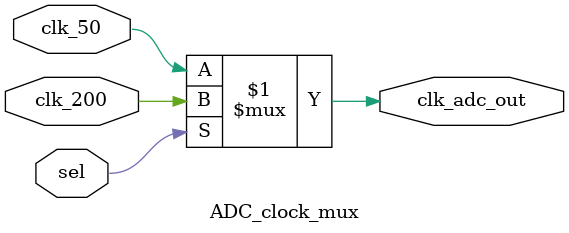
<source format=v>
`timescale 1ns / 1ps
module ADC_clock_mux(input clk_200, input clk_50, input sel, output clk_adc_out
    );

assign clk_adc_out = sel ? clk_200 : clk_50;


endmodule

</source>
